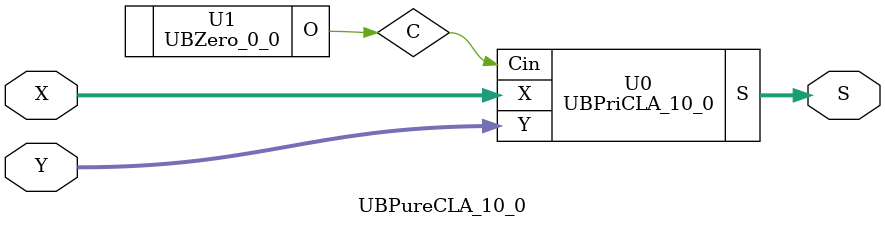
<source format=v>
/*----------------------------------------------------------------------------
  Copyright (c) 2021 Homma laboratory. All rights reserved.

  Top module: UBCLA_10_0_10_0

  Operand-1 length: 11
  Operand-2 length: 11
  Two-operand addition algorithm: Carry look-ahead adder
----------------------------------------------------------------------------*/

module GPGenerator(Go, Po, A, B);
  output Go;
  output Po;
  input A;
  input B;
  assign Go = A & B;
  assign Po = A ^ B;
endmodule

module CLAUnit_11(C, G, P, Cin);
  output [11:1] C;
  input Cin;
  input [10:0] G;
  input [10:0] P;
  assign C[1] = G[0] | ( P[0] & Cin );
  assign C[2] = G[1] | ( P[1] & G[0] ) | ( P[1] & P[0] & Cin );
  assign C[3] = G[2] | ( P[2] & G[1] ) | ( P[2] & P[1] & G[0] ) | ( P[2] & P[1] & P[0] & Cin );
  assign C[4] = G[3] | ( P[3] & G[2] ) | ( P[3] & P[2] & G[1] ) | ( P[3] & P[2] & P[1] & G[0] ) | ( P[3] & P[2] & P[1] & P[0] & Cin );
  assign C[5] = G[4] | ( P[4] & G[3] ) | ( P[4] & P[3] & G[2] ) | ( P[4] & P[3] & P[2] & G[1] ) | ( P[4] & P[3] & P[2] & P[1] & G[0] ) | ( P[4] & P[3] & P[2] & P[1] & P[0] & Cin );
  assign C[6] = G[5] | ( P[5] & G[4] ) | ( P[5] & P[4] & G[3] ) | ( P[5] & P[4] & P[3] & G[2] ) | ( P[5] & P[4] & P[3] & P[2] & G[1] ) | ( P[5] & P[4] & P[3] & P[2] & P[1] & G[0] ) | ( P[5] & P[4] & P[3]
 & P[2] & P[1] & P[0] & Cin );
  assign C[7] = G[6] | ( P[6] & G[5] ) | ( P[6] & P[5] & G[4] ) | ( P[6] & P[5] & P[4] & G[3] ) | ( P[6] & P[5] & P[4] & P[3] & G[2] ) | ( P[6] & P[5] & P[4] & P[3] & P[2] & G[1] ) | ( P[6] & P[5] & P[4]
 & P[3] & P[2] & P[1] & G[0] ) | ( P[6] & P[5] & P[4] & P[3] & P[2] & P[1] & P[0] & Cin );
  assign C[8] = G[7] | ( P[7] & G[6] ) | ( P[7] & P[6] & G[5] ) | ( P[7] & P[6] & P[5] & G[4] ) | ( P[7] & P[6] & P[5] & P[4] & G[3] ) | ( P[7] & P[6] & P[5] & P[4] & P[3] & G[2] ) | ( P[7] & P[6] & P[5]
 & P[4] & P[3] & P[2] & G[1] ) | ( P[7] & P[6] & P[5] & P[4] & P[3] & P[2] & P[1] & G[0] ) | ( P[7] & P[6] & P[5] & P[4] & P[3] & P[2] & P[1] & P[0] & Cin );
  assign C[9] = G[8] | ( P[8] & G[7] ) | ( P[8] & P[7] & G[6] ) | ( P[8] & P[7] & P[6] & G[5] ) | ( P[8] & P[7] & P[6] & P[5] & G[4] ) | ( P[8] & P[7] & P[6] & P[5] & P[4] & G[3] ) | ( P[8] & P[7] & P[6]
 & P[5] & P[4] & P[3] & G[2] ) | ( P[8] & P[7] & P[6] & P[5] & P[4] & P[3] & P[2] & G[1] ) | ( P[8] & P[7] & P[6] & P[5] & P[4] & P[3] & P[2] & P[1] & G[0] ) | ( P[8] & P[7] & P[6] & P[5] & P[4] & P[3]
 & P[2] & P[1] & P[0] & Cin );
  assign C[10] = G[9] | ( P[9] & G[8] ) | ( P[9] & P[8] & G[7] ) | ( P[9] & P[8] & P[7] & G[6] ) | ( P[9] & P[8] & P[7] & P[6] & G[5] ) | ( P[9] & P[8] & P[7] & P[6] & P[5] & G[4] ) | ( P[9] & P[8] & P[7]
 & P[6] & P[5] & P[4] & G[3] ) | ( P[9] & P[8] & P[7] & P[6] & P[5] & P[4] & P[3] & G[2] ) | ( P[9] & P[8] & P[7] & P[6] & P[5] & P[4] & P[3] & P[2] & G[1] ) | ( P[9] & P[8] & P[7] & P[6] & P[5] & P[4]
 & P[3] & P[2] & P[1] & G[0] ) | ( P[9] & P[8] & P[7] & P[6] & P[5] & P[4] & P[3] & P[2] & P[1] & P[0] & Cin );
  assign C[11] = G[10] | ( P[10] & G[9] ) | ( P[10] & P[9] & G[8] ) | ( P[10] & P[9] & P[8] & G[7] ) | ( P[10] & P[9] & P[8] & P[7] & G[6] ) | ( P[10] & P[9] & P[8] & P[7] & P[6] & G[5] ) | ( P[10] & P[9]
 & P[8] & P[7] & P[6] & P[5] & G[4] ) | ( P[10] & P[9] & P[8] & P[7] & P[6] & P[5] & P[4] & G[3] ) | ( P[10] & P[9] & P[8] & P[7] & P[6] & P[5] & P[4] & P[3] & G[2] ) | ( P[10] & P[9] & P[8] & P[7] & P[6]
 & P[5] & P[4] & P[3] & P[2] & G[1] ) | ( P[10] & P[9] & P[8] & P[7] & P[6] & P[5] & P[4] & P[3] & P[2] & P[1] & G[0] ) | ( P[10] & P[9] & P[8] & P[7] & P[6] & P[5] & P[4] & P[3] & P[2] & P[1] & P[0] &
 Cin );
endmodule

module UBPriCLA_10_0(S, X, Y, Cin);
  output [11:0] S;
  input Cin;
  input [10:0] X;
  input [10:0] Y;
  wire [11:1] C;
  wire [10:0] G;
  wire [10:0] P;
  assign S[0] = Cin ^ P[0];
  assign S[1] = C[1] ^ P[1];
  assign S[2] = C[2] ^ P[2];
  assign S[3] = C[3] ^ P[3];
  assign S[4] = C[4] ^ P[4];
  assign S[5] = C[5] ^ P[5];
  assign S[6] = C[6] ^ P[6];
  assign S[7] = C[7] ^ P[7];
  assign S[8] = C[8] ^ P[8];
  assign S[9] = C[9] ^ P[9];
  assign S[10] = C[10] ^ P[10];
  assign S[11] = C[11];
  GPGenerator U0 (G[0], P[0], X[0], Y[0]);
  GPGenerator U1 (G[1], P[1], X[1], Y[1]);
  GPGenerator U2 (G[2], P[2], X[2], Y[2]);
  GPGenerator U3 (G[3], P[3], X[3], Y[3]);
  GPGenerator U4 (G[4], P[4], X[4], Y[4]);
  GPGenerator U5 (G[5], P[5], X[5], Y[5]);
  GPGenerator U6 (G[6], P[6], X[6], Y[6]);
  GPGenerator U7 (G[7], P[7], X[7], Y[7]);
  GPGenerator U8 (G[8], P[8], X[8], Y[8]);
  GPGenerator U9 (G[9], P[9], X[9], Y[9]);
  GPGenerator U10 (G[10], P[10], X[10], Y[10]);
  CLAUnit_11 U11 (C, G, P, Cin);
endmodule

module UBZero_0_0(O);
  output [0:0] O;
  assign O[0] = 0;
endmodule

module UBCLA_10_0_10_0 (S, X, Y);
  output [11:0] S;
  input [10:0] X;
  input [10:0] Y;
  UBPureCLA_10_0 U0 (S[11:0], X[10:0], Y[10:0]);
endmodule

module UBPureCLA_10_0 (S, X, Y);
  output [11:0] S;
  input [10:0] X;
  input [10:0] Y;
  wire C;
  UBPriCLA_10_0 U0 (S, X, Y, C);
  UBZero_0_0 U1 (C);
endmodule


</source>
